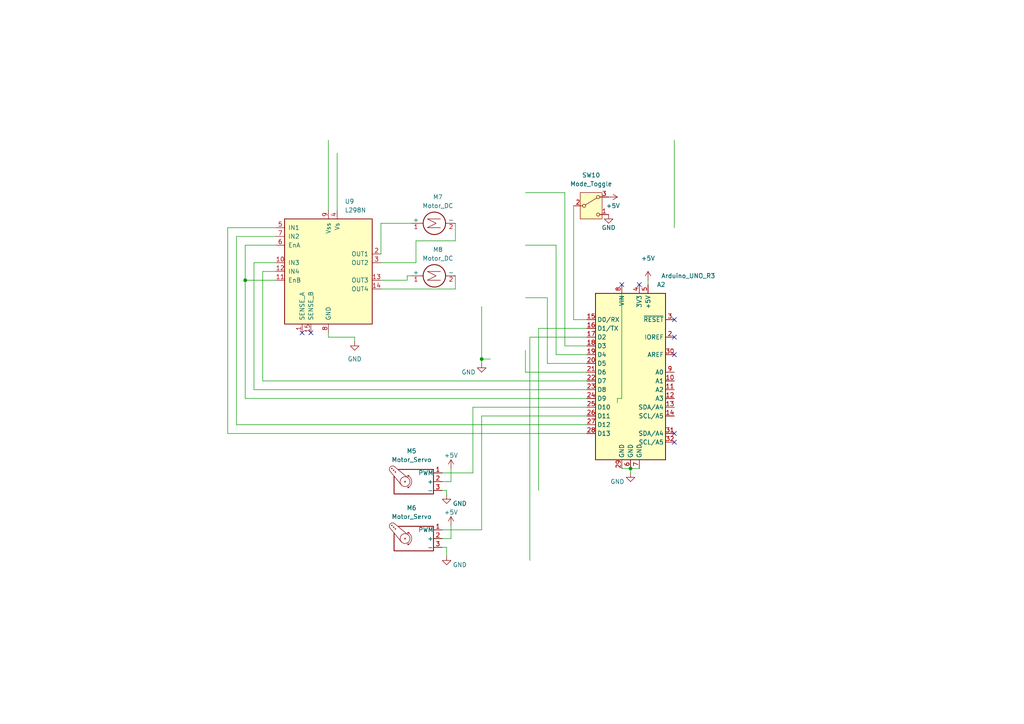
<source format=kicad_sch>
(kicad_sch (version 20230121) (generator eeschema)
  (paper "A4")
  (lib_symbols
    (symbol "Driver_Motor:L298N" (pin_names (offset 1.016))
      (property "Reference" "U" (at -10.16 16.51 0))
      (property "Value" "L298N" (at 12.7 16.51 0))
      (symbol "L298N_0_1"
        (rectangle (start -12.7 15.24) (end 12.7 -15.24) (stroke (width 0.254)) (fill (type background)))
      )
      (symbol "L298N_1_1"
        (pin power_in line (at -7.62 -17.78 90) (length 2.54) (name "SENSE_A") (number "1"))
        (pin input line (at -15.24 2.54 0) (length 2.54) (name "IN3") (number "10"))
        (pin input line (at -15.24 -2.54 0) (length 2.54) (name "EnB") (number "11"))
        (pin input line (at -15.24 0 0) (length 2.54) (name "IN4") (number "12"))
        (pin output line (at 15.24 -2.54 180) (length 2.54) (name "OUT3") (number "13"))
        (pin output line (at 15.24 -5.08 180) (length 2.54) (name "OUT4") (number "14"))
        (pin power_in line (at -5.08 -17.78 90) (length 2.54) (name "SENSE_B") (number "15"))
        (pin output line (at 15.24 5.08 180) (length 2.54) (name "OUT1") (number "2"))
        (pin output line (at 15.24 2.54 180) (length 2.54) (name "OUT2") (number "3"))
        (pin power_in line (at 2.54 17.78 270) (length 2.54) (name "Vs") (number "4"))
        (pin input line (at -15.24 12.7 0) (length 2.54) (name "IN1") (number "5"))
        (pin input line (at -15.24 7.62 0) (length 2.54) (name "EnA") (number "6"))
        (pin input line (at -15.24 10.16 0) (length 2.54) (name "IN2") (number "7"))
        (pin power_in line (at 0 -17.78 90) (length 2.54) (name "GND") (number "8"))
        (pin power_in line (at 0 17.78 270) (length 2.54) (name "Vss") (number "9"))
      )
    )
    (symbol "MCU_Module:Arduino_UNO_R3"
      (property "Reference" "A" (at -10.16 23.495 0))
      (property "Value" "Arduino_UNO_R3" (at 5.08 -26.67 0))
      (symbol "Arduino_UNO_R3_0_1"
        (rectangle (start -10.16 22.86) (end 10.16 -25.4) (stroke (width 0.254)) (fill (type background)))
      )
      (symbol "Arduino_UNO_R3_1_1"
        (pin no_connect line (at -10.16 -20.32 0) (length 2.54) hide (name "NC") (number "1"))
        (pin bidirectional line (at 12.7 -2.54 180) (length 2.54) (name "A1") (number "10"))
        (pin bidirectional line (at 12.7 -5.08 180) (length 2.54) (name "A2") (number "11"))
        (pin bidirectional line (at 12.7 -7.62 180) (length 2.54) (name "A3") (number "12"))
        (pin bidirectional line (at 12.7 -10.16 180) (length 2.54) (name "SDA/A4") (number "13"))
        (pin bidirectional line (at 12.7 -12.7 180) (length 2.54) (name "SCL/A5") (number "14"))
        (pin bidirectional line (at -12.7 15.24 0) (length 2.54) (name "D0/RX") (number "15"))
        (pin bidirectional line (at -12.7 12.7 0) (length 2.54) (name "D1/TX") (number "16"))
        (pin bidirectional line (at -12.7 10.16 0) (length 2.54) (name "D2") (number "17"))
        (pin bidirectional line (at -12.7 7.62 0) (length 2.54) (name "D3") (number "18"))
        (pin bidirectional line (at -12.7 5.08 0) (length 2.54) (name "D4") (number "19"))
        (pin output line (at 12.7 10.16 180) (length 2.54) (name "IOREF") (number "2"))
        (pin bidirectional line (at -12.7 2.54 0) (length 2.54) (name "D5") (number "20"))
        (pin bidirectional line (at -12.7 0 0) (length 2.54) (name "D6") (number "21"))
        (pin bidirectional line (at -12.7 -2.54 0) (length 2.54) (name "D7") (number "22"))
        (pin bidirectional line (at -12.7 -5.08 0) (length 2.54) (name "D8") (number "23"))
        (pin bidirectional line (at -12.7 -7.62 0) (length 2.54) (name "D9") (number "24"))
        (pin bidirectional line (at -12.7 -10.16 0) (length 2.54) (name "D10") (number "25"))
        (pin bidirectional line (at -12.7 -12.7 0) (length 2.54) (name "D11") (number "26"))
        (pin bidirectional line (at -12.7 -15.24 0) (length 2.54) (name "D12") (number "27"))
        (pin bidirectional line (at -12.7 -17.78 0) (length 2.54) (name "D13") (number "28"))
        (pin power_in line (at -2.54 -27.94 90) (length 2.54) (name "GND") (number "29"))
        (pin input line (at 12.7 15.24 180) (length 2.54) (name "~{RESET}") (number "3"))
        (pin input line (at 12.7 5.08 180) (length 2.54) (name "AREF") (number "30"))
        (pin bidirectional line (at 12.7 -17.78 180) (length 2.54) (name "SDA/A4") (number "31"))
        (pin bidirectional line (at 12.7 -20.32 180) (length 2.54) (name "SCL/A5") (number "32"))
        (pin power_out line (at 2.54 25.4 270) (length 2.54) (name "3V3") (number "4"))
        (pin power_out line (at 5.08 25.4 270) (length 2.54) (name "+5V") (number "5"))
        (pin power_in line (at 0 -27.94 90) (length 2.54) (name "GND") (number "6"))
        (pin power_in line (at 2.54 -27.94 90) (length 2.54) (name "GND") (number "7"))
        (pin power_in line (at -2.54 25.4 270) (length 2.54) (name "VIN") (number "8"))
        (pin bidirectional line (at 12.7 0 180) (length 2.54) (name "A0") (number "9"))
      )
    )
    (symbol "Motor:Motor_DC" (pin_names (offset 0))
      (property "Reference" "M" (at 2.54 2.54 0))
      (property "Value" "Motor_DC" (at 2.54 -5.08 0))
      (symbol "Motor_DC_0_0"
        (polyline (pts (xy -1.27 -3.302) (xy -1.27 0.508) (xy 0 -2.032) (xy 1.27 0.508) (xy 1.27 -3.302)))
      )
      (symbol "Motor_DC_0_1"
        (circle (center 0 -1.524) (radius 3.2512) (stroke (width 0.254)))
        (polyline (pts (xy 0 -7.62) (xy 0 -7.112)))
        (polyline (pts (xy 0 -4.7752) (xy 0 -5.1816)))
        (polyline (pts (xy 0 1.7272) (xy 0 2.0828)))
        (polyline (pts (xy 0 2.032) (xy 0 2.54)))
      )
      (symbol "Motor_DC_1_1"
        (pin passive line (at 0 5.08 270) (length 2.54) (name "+") (number "1"))
        (pin passive line (at 0 -7.62 90) (length 2.54) (name "-") (number "2"))
      )
    )
    (symbol "Motor:Motor_Servo" (pin_names (offset 0.0254))
      (property "Reference" "M" (at -5.08 4.445 0))
      (property "Value" "Motor_Servo" (at -5.08 -4.064 0))
      (symbol "Motor_Servo_0_1"
        (polyline (pts (xy 2.413 -1.778) (xy 2.032 -1.778)))
        (polyline (pts (xy 2.413 -1.778) (xy 2.286 -1.397)))
        (polyline (pts (xy 2.413 1.778) (xy 1.905 1.778)))
        (polyline (pts (xy 2.413 1.778) (xy 2.286 1.397)))
        (polyline (pts (xy 6.35 4.445) (xy 2.54 1.27)))
        (polyline (pts (xy 7.62 3.175) (xy 4.191 -1.016)))
        (polyline (pts (xy 5.08 3.556) (xy -5.08 3.556) (xy -5.08 -3.556) (xy 6.35 -3.556) (xy 6.35 1.524)) (stroke (width 0.254)))
        (arc (start 2.413 1.778) (mid 1.2406 0) (end 2.413 -1.778))
        (circle (center 3.175 0) (radius 0.1778))
        (circle (center 3.175 0) (radius 1.4224))
        (circle (center 5.969 2.794) (radius 0.127))
        (circle (center 6.477 3.302) (radius 0.127))
        (circle (center 6.985 3.81) (radius 0.127))
        (arc (start 7.62 3.175) (mid 7.4485 4.2735) (end 6.35 4.445))
      )
      (symbol "Motor_Servo_1_1"
        (pin passive line (at -7.62 2.54 0) (length 2.54) (name "PWM") (number "1"))
        (pin passive line (at -7.62 0 0) (length 2.54) (name "+") (number "2"))
        (pin passive line (at -7.62 -2.54 0) (length 2.54) (name "-") (number "3"))
      )
    )
    (symbol "Switch:SW_Nidec_CAS-120A1" (pin_names (offset 1) hide)
      (property "Reference" "SW" (at 0 4.318 0))
      (property "Value" "SW_Nidec_CAS-120A1" (at 0 -5.08 0))
      (symbol "SW_Nidec_CAS-120A1_0_1"
        (circle (center -2.032 0) (radius 0.4572))
        (polyline (pts (xy -1.651 0.254) (xy 1.651 2.286)))
        (circle (center 2.032 -2.54) (radius 0.4572))
        (circle (center 2.032 2.54) (radius 0.4572))
      )
      (symbol "SW_Nidec_CAS-120A1_1_1"
        (rectangle (start -3.175 3.81) (end 3.175 -3.81) (fill (type background)))
        (pin passive line (at 5.08 -2.54 180) (length 2.54) (name "C") (number "1"))
        (pin passive line (at -5.08 0 0) (length 2.54) (name "B") (number "2"))
        (pin passive line (at 5.08 2.54 180) (length 2.54) (name "A") (number "3"))
      )
    )
    (symbol "power:+5V" (power) (pin_names (offset 0))
      (property "Value" "+5V" (at 0 3.556 0))
      (symbol "+5V_0_1"
        (polyline (pts (xy -0.762 1.27) (xy 0 2.54)))
        (polyline (pts (xy 0 0) (xy 0 2.54)))
        (polyline (pts (xy 0 2.54) (xy 0.762 1.27)))
      )
      (symbol "+5V_1_1"
        (pin power_in line (at 0 0 90) (length 0) hide (name "+5V") (number "1"))
      )
    )
    (symbol "power:GND" (power) (pin_names (offset 0))
      (property "Value" "GND" (at 0 -3.81 0))
      (symbol "GND_0_1"
        (polyline (pts (xy 0 0) (xy 0 -1.27) (xy 1.27 -1.27) (xy 0 -2.54) (xy -1.27 -1.27) (xy 0 -1.27)))
      )
      (symbol "GND_1_1"
        (pin power_in line (at 0 0 270) (length 0) hide (name "GND") (number "1"))
      )
    )
  )
  (junction (at 182.88 135.89))
  (junction (at 71.12 81.28))
  (junction (at 139.7 104.14))
  (no_connect (at 195.58 97.79))
  (no_connect (at 195.58 128.27))
  (no_connect (at 185.42 82.55))
  (no_connect (at 90.17 96.52))
  (no_connect (at 87.63 96.52))
  (no_connect (at 180.34 82.55))
  (no_connect (at 195.58 125.73))
  (no_connect (at 195.58 92.71))
  (no_connect (at 195.58 102.87))
  (wire (pts (xy 170.18 118.11) (xy 137.16 118.11)))
  (wire (pts (xy 76.2 78.74) (xy 76.2 110.49)))
  (wire (pts (xy 71.12 81.28) (xy 71.12 115.57)))
  (wire (pts (xy 110.49 64.77) (xy 119.38 64.77)))
  (wire (pts (xy 118.11 80.01) (xy 118.11 81.28)))
  (wire (pts (xy 97.79 44.45) (xy 97.79 60.96)))
  (wire (pts (xy 95.25 40.64) (xy 95.25 60.96)))
  (wire (pts (xy 137.16 118.11) (xy 137.16 137.16)))
  (wire (pts (xy 71.12 71.12) (xy 71.12 81.28)))
  (wire (pts (xy 163.83 100.33) (xy 163.83 55.88)))
  (wire (pts (xy 152.4 101.6) (xy 152.4 107.95)))
  (wire (pts (xy 137.16 137.16) (xy 128.27 137.16)))
  (wire (pts (xy 110.49 83.82) (xy 132.08 83.82)))
  (wire (pts (xy 139.7 120.65) (xy 170.18 120.65)))
  (wire (pts (xy 195.58 40.64) (xy 195.58 66.04)))
  (wire (pts (xy 80.01 68.58) (xy 68.58 68.58)))
  (wire (pts (xy 68.58 68.58) (xy 68.58 123.19)))
  (wire (pts (xy 166.37 59.69) (xy 166.37 92.71)))
  (wire (pts (xy 166.37 92.71) (xy 170.18 92.71)))
  (wire (pts (xy 142.24 104.14) (xy 139.7 104.14)))
  (wire (pts (xy 139.7 104.14) (xy 139.7 105.41)))
  (wire (pts (xy 182.88 135.89) (xy 185.42 135.89)))
  (wire (pts (xy 139.7 120.65) (xy 139.7 153.67)))
  (wire (pts (xy 129.54 142.24) (xy 129.54 143.51)))
  (wire (pts (xy 153.67 162.56) (xy 153.67 97.79)))
  (wire (pts (xy 71.12 71.12) (xy 80.01 71.12)))
  (wire (pts (xy 71.12 115.57) (xy 170.18 115.57)))
  (wire (pts (xy 118.11 80.01) (xy 119.38 80.01)))
  (wire (pts (xy 161.29 102.87) (xy 161.29 71.12)))
  (wire (pts (xy 71.12 81.28) (xy 80.01 81.28)))
  (wire (pts (xy 152.4 55.88) (xy 163.83 55.88)))
  (wire (pts (xy 95.25 97.79) (xy 102.87 97.79)))
  (wire (pts (xy 95.25 97.79) (xy 95.25 96.52)))
  (wire (pts (xy 158.75 105.41) (xy 158.75 86.36)))
  (wire (pts (xy 120.65 76.2) (xy 120.65 69.85)))
  (wire (pts (xy 80.01 66.04) (xy 66.04 66.04)))
  (wire (pts (xy 66.04 125.73) (xy 170.18 125.73)))
  (wire (pts (xy 153.67 97.79) (xy 170.18 97.79)))
  (wire (pts (xy 130.81 156.21) (xy 130.81 152.4)))
  (wire (pts (xy 66.04 66.04) (xy 66.04 125.73)))
  (wire (pts (xy 180.34 135.89) (xy 182.88 135.89)))
  (wire (pts (xy 110.49 73.66) (xy 110.49 64.77)))
  (wire (pts (xy 170.18 100.33) (xy 163.83 100.33)))
  (wire (pts (xy 161.29 71.12) (xy 152.4 71.12)))
  (wire (pts (xy 68.58 123.19) (xy 170.18 123.19)))
  (wire (pts (xy 76.2 110.49) (xy 170.18 110.49)))
  (wire (pts (xy 110.49 76.2) (xy 120.65 76.2)))
  (wire (pts (xy 180.34 115.57) (xy 180.34 82.55)))
  (wire (pts (xy 139.7 88.9) (xy 139.7 104.14)))
  (wire (pts (xy 187.96 81.28) (xy 187.96 82.55)))
  (wire (pts (xy 128.27 158.75) (xy 129.54 158.75)))
  (wire (pts (xy 128.27 139.7) (xy 130.81 139.7)))
  (wire (pts (xy 80.01 76.2) (xy 73.66 76.2)))
  (wire (pts (xy 130.81 139.7) (xy 130.81 135.89)))
  (wire (pts (xy 129.54 158.75) (xy 129.54 161.29)))
  (wire (pts (xy 156.21 95.25) (xy 156.21 142.24)))
  (wire (pts (xy 73.66 76.2) (xy 73.66 113.03)))
  (wire (pts (xy 182.88 135.89) (xy 182.88 137.16)))
  (wire (pts (xy 132.08 69.85) (xy 132.08 64.77)))
  (wire (pts (xy 156.21 95.25) (xy 170.18 95.25)))
  (wire (pts (xy 152.4 107.95) (xy 170.18 107.95)))
  (wire (pts (xy 110.49 81.28) (xy 118.11 81.28)))
  (wire (pts (xy 132.08 83.82) (xy 132.08 80.01)))
  (wire (pts (xy 139.7 153.67) (xy 128.27 153.67)))
  (wire (pts (xy 120.65 69.85) (xy 132.08 69.85)))
  (wire (pts (xy 179.07 116.84) (xy 179.07 115.57)))
  (wire (pts (xy 128.27 156.21) (xy 130.81 156.21)))
  (wire (pts (xy 80.01 78.74) (xy 76.2 78.74)))
  (wire (pts (xy 102.87 97.79) (xy 102.87 99.06)))
  (wire (pts (xy 170.18 102.87) (xy 161.29 102.87)))
  (wire (pts (xy 170.18 105.41) (xy 158.75 105.41)))
  (wire (pts (xy 179.07 115.57) (xy 180.34 115.57)))
  (wire (pts (xy 73.66 113.03) (xy 170.18 113.03)))
  (wire (pts (xy 128.27 142.24) (xy 129.54 142.24)))
  (wire (pts (xy 158.75 86.36) (xy 152.4 86.36)))
  (symbol (lib_id "power:GND") (at 129.54 143.51 0) (unit 1)
    (property "Reference" "#PWR021" (effects hide))
    (property "Value" "GND" (at 133.35 146.05 0))
  )
  (symbol (lib_id "Switch:SW_Nidec_CAS-120A1") (at 171.45 59.69 0) (unit 1)
    (property "Reference" "SW10" (at 171.45 50.8 0))
    (property "Value" "Mode_Toggle" (at 171.45 53.34 0))
    (property "Footprint" "Button_Switch_SMD:Nidec_Copal_CAS-120A" (effects hide))
    (property "Datasheet" "https://www.nidec-components.com/e/catalog/switch/cas.pdf" (effects hide))
  )
  (symbol (lib_id "power:GND") (at 129.54 161.29 0) (unit 1)
    (property "Reference" "#PWR022" (effects hide))
    (property "Value" "GND" (at 133.35 163.83 0))
  )
  (symbol (lib_id "power:GND") (at 139.7 105.41 0) (unit 1)
    (property "Reference" "#PWR026" (effects hide))
    (property "Value" "GND" (at 135.89 107.95 0))
  )
  (symbol (lib_id "power:+5V") (at 130.81 135.89 0) (unit 1)
    (property "Reference" "#PWR023" (effects hide))
    (property "Value" "+5V" (at 130.81 132.08 0))
  )
  (symbol (lib_id "Driver_Motor:L298N") (at 95.25 78.74 0) (unit 1)
    (property "Reference" "U9" (at 99.9841 58.42 0) (effects (justify left)))
    (property "Value" "L298N" (at 99.9841 60.96 0) (effects (justify left)))
    (property "Footprint" "Package_TO_SOT_THT:TO-220-15_P2.54x2.54mm_StaggerOdd_Lead4.58mm_Vertical" (effects hide))
    (property "Datasheet" "http://www.st.com/st-web-ui/static/active/en/resource/technical/document/datasheet/CD00000240.pdf" (effects hide))
  )
  (symbol (lib_id "power:GND") (at 182.88 137.16 0) (unit 1)
    (property "Reference" "#PWR029" (effects hide))
    (property "Value" "GND" (at 179.07 139.7 0))
  )
  (symbol (lib_id "Motor:Motor_Servo") (at 120.65 139.7 0) (mirror y) (unit 1)
    (property "Reference" "M5" (at 119.3911 130.81 0))
    (property "Value" "Motor_Servo" (at 119.3911 133.35 0))
    (property "Datasheet" "http://forums.parallax.com/uploads/attachments/46831/74481.png" (effects hide))
  )
  (symbol (lib_id "Motor:Motor_Servo") (at 120.65 156.21 0) (mirror y) (unit 1)
    (property "Reference" "M6" (at 119.3911 147.32 0))
    (property "Value" "Motor_Servo" (at 119.3911 149.86 0))
    (property "Datasheet" "http://forums.parallax.com/uploads/attachments/46831/74481.png" (effects hide))
  )
  (symbol (lib_id "Motor:Motor_DC") (at 124.46 80.01 90) (unit 1)
    (property "Reference" "M8" (at 127 72.39 90))
    (property "Value" "Motor_DC" (at 127 74.93 90))
  )
  (symbol (lib_id "power:+5V") (at 176.53 57.15 270) (unit 1)
    (property "Reference" "#PWR027" (effects hide))
    (property "Value" "+5V" (at 177.8 59.69 90))
  )
  (symbol (lib_id "MCU_Module:Arduino_UNO_R3") (at 182.88 107.95 0) (unit 1)
    (property "Reference" "A2" (at 190.5 82.55 0) (effects (justify left)))
    (property "Value" "Arduino_UNO_R3" (at 191.77 80.01 0) (effects (justify left)))
    (property "Footprint" "Module:Arduino_UNO_R3" (effects hide))
    (property "Datasheet" "https://www.arduino.cc/en/Main/arduinoBoardUno" (effects hide))
  )
  (symbol (lib_id "power:+5V") (at 130.81 152.4 0) (unit 1)
    (property "Reference" "#PWR024" (effects hide))
    (property "Value" "+5V" (at 130.81 148.59 0))
  )
  (symbol (lib_id "Motor:Motor_DC") (at 124.46 64.77 90) (unit 1)
    (property "Reference" "M7" (at 127 57.15 90))
    (property "Value" "Motor_DC" (at 127 59.69 90))
  )
  (symbol (lib_id "power:GND") (at 176.53 62.23 0) (unit 1)
    (property "Reference" "#PWR028" (effects hide))
    (property "Value" "GND" (at 176.53 66.04 0))
  )
  (symbol (lib_id "power:GND") (at 102.87 99.06 0) (unit 1)
    (property "Reference" "#PWR020" (effects hide))
    (property "Value" "GND" (at 102.87 104.14 0))
  )
  (symbol (lib_id "power:+5V") (at 187.96 81.28 0) (unit 1)
    (property "Reference" "#PWR030" (effects hide))
    (property "Value" "+5V" (at 187.96 74.93 0))
  )
)
</source>
